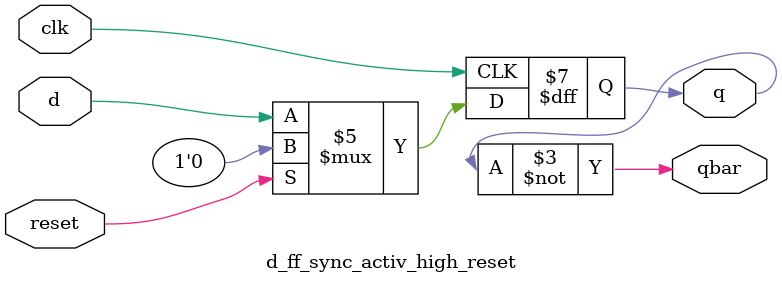
<source format=v>



module d_ff_sync_activ_high_reset(d,clk,reset,q,qbar);

// declarin the input and output ports

 input d,clk,reset;
 output reg q;
 output qbar;

// behavioural modal

 always@(posedge clk)
    begin
       if( reset == 1'b1)
         begin
	          q<=0;
          end
       else
          begin
            q<=d;
           end
     end
  assign qbar =~q;
endmodule


</source>
